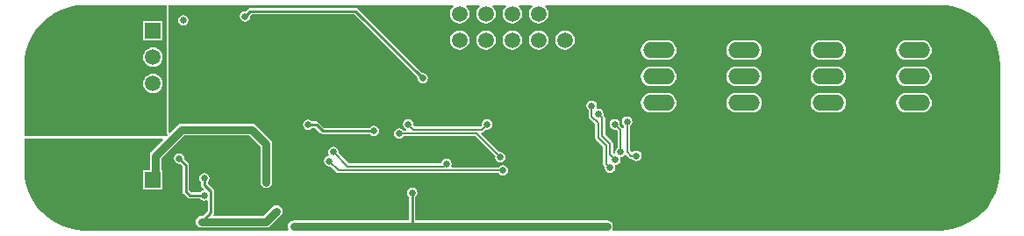
<source format=gbl>
G04 Layer_Physical_Order=2*
G04 Layer_Color=16711680*
%FSLAX23Y23*%
%MOIN*%
G70*
G01*
G75*
%ADD29C,0.030*%
%ADD30C,0.008*%
%ADD31C,0.010*%
%ADD34R,0.059X0.059*%
%ADD35C,0.059*%
%ADD36O,0.120X0.060*%
%ADD37C,0.197*%
%ADD38R,0.059X0.059*%
%ADD39C,0.025*%
%ADD40C,0.020*%
G36*
X3530Y851D02*
X3559Y845D01*
X3587Y836D01*
X3614Y822D01*
X3639Y806D01*
X3661Y786D01*
X3681Y764D01*
X3697Y739D01*
X3711Y712D01*
X3720Y684D01*
X3726Y655D01*
X3728Y626D01*
X3728Y625D01*
Y225D01*
X3728Y224D01*
X3726Y195D01*
X3720Y166D01*
X3711Y138D01*
X3697Y111D01*
X3681Y86D01*
X3661Y64D01*
X3639Y44D01*
X3614Y28D01*
X3587Y14D01*
X3559Y5D01*
X3530Y-1D01*
X3501Y-3D01*
X3500Y-3D01*
X2257D01*
X2255Y2D01*
X2256Y3D01*
X2257Y12D01*
X2256Y21D01*
X2251Y28D01*
X2244Y33D01*
X2235Y34D01*
X1507D01*
Y125D01*
X1509Y126D01*
X1513Y132D01*
X1515Y140D01*
X1513Y148D01*
X1509Y154D01*
X1503Y158D01*
X1495Y160D01*
X1487Y158D01*
X1481Y154D01*
X1477Y148D01*
X1475Y140D01*
X1477Y132D01*
X1481Y126D01*
X1483Y125D01*
Y34D01*
X1045D01*
X1036Y33D01*
X1029Y28D01*
X1024Y21D01*
X1023Y12D01*
X1024Y3D01*
X1025Y2D01*
X1023Y-3D01*
X250D01*
X249Y-3D01*
X220Y-1D01*
X191Y5D01*
X163Y14D01*
X136Y28D01*
X111Y44D01*
X89Y64D01*
X69Y86D01*
X53Y111D01*
X39Y138D01*
X30Y166D01*
X24Y195D01*
X22Y224D01*
X22Y225D01*
Y345D01*
X547D01*
X549Y340D01*
X504Y296D01*
X499Y289D01*
X498Y280D01*
Y227D01*
X473D01*
Y153D01*
X547D01*
Y227D01*
X542D01*
Y271D01*
X629Y358D01*
X876D01*
X918Y316D01*
Y180D01*
X919Y171D01*
X924Y164D01*
X931Y159D01*
X940Y158D01*
X949Y159D01*
X956Y164D01*
X961Y171D01*
X962Y180D01*
Y325D01*
X961Y334D01*
X956Y341D01*
X901Y396D01*
X894Y401D01*
X885Y402D01*
X620D01*
X611Y401D01*
X604Y396D01*
X575Y366D01*
X570Y368D01*
Y853D01*
X1649D01*
X1651Y848D01*
X1649Y846D01*
X1643Y838D01*
X1639Y830D01*
X1638Y820D01*
X1639Y810D01*
X1643Y802D01*
X1649Y794D01*
X1657Y788D01*
X1665Y784D01*
X1675Y783D01*
X1685Y784D01*
X1693Y788D01*
X1701Y794D01*
X1707Y802D01*
X1711Y810D01*
X1712Y820D01*
X1711Y830D01*
X1707Y838D01*
X1701Y846D01*
X1699Y848D01*
X1701Y853D01*
X1749D01*
X1751Y848D01*
X1749Y846D01*
X1743Y838D01*
X1739Y830D01*
X1738Y820D01*
X1739Y810D01*
X1743Y802D01*
X1749Y794D01*
X1757Y788D01*
X1765Y784D01*
X1775Y783D01*
X1785Y784D01*
X1793Y788D01*
X1801Y794D01*
X1807Y802D01*
X1811Y810D01*
X1812Y820D01*
X1811Y830D01*
X1807Y838D01*
X1801Y846D01*
X1799Y848D01*
X1801Y853D01*
X1849D01*
X1851Y848D01*
X1849Y846D01*
X1843Y838D01*
X1839Y830D01*
X1838Y820D01*
X1839Y810D01*
X1843Y802D01*
X1849Y794D01*
X1857Y788D01*
X1865Y784D01*
X1875Y783D01*
X1885Y784D01*
X1893Y788D01*
X1901Y794D01*
X1907Y802D01*
X1911Y810D01*
X1912Y820D01*
X1911Y830D01*
X1907Y838D01*
X1901Y846D01*
X1899Y848D01*
X1901Y853D01*
X1949D01*
X1951Y848D01*
X1949Y846D01*
X1943Y838D01*
X1939Y830D01*
X1938Y820D01*
X1939Y810D01*
X1943Y802D01*
X1949Y794D01*
X1957Y788D01*
X1965Y784D01*
X1975Y783D01*
X1985Y784D01*
X1993Y788D01*
X2001Y794D01*
X2007Y802D01*
X2011Y810D01*
X2012Y820D01*
X2011Y830D01*
X2007Y838D01*
X2001Y846D01*
X1999Y848D01*
X2001Y853D01*
X3500D01*
X3501Y853D01*
X3530Y851D01*
D02*
G37*
G36*
X250Y853D02*
X563D01*
Y368D01*
X563Y366D01*
X565Y363D01*
X566Y359D01*
X563Y355D01*
X22D01*
Y625D01*
X22Y626D01*
X24Y655D01*
X30Y684D01*
X39Y712D01*
X53Y739D01*
X69Y764D01*
X89Y786D01*
X111Y806D01*
X136Y822D01*
X163Y836D01*
X191Y845D01*
X220Y851D01*
X249Y853D01*
X250Y853D01*
D02*
G37*
%LPC*%
G36*
X510Y592D02*
X500Y591D01*
X492Y587D01*
X484Y581D01*
X478Y573D01*
X474Y565D01*
X473Y555D01*
X474Y545D01*
X478Y537D01*
X484Y529D01*
X492Y523D01*
X500Y519D01*
X510Y518D01*
X520Y519D01*
X528Y523D01*
X536Y529D01*
X542Y537D01*
X546Y545D01*
X547Y555D01*
X546Y565D01*
X542Y573D01*
X536Y581D01*
X528Y587D01*
X520Y591D01*
X510Y592D01*
D02*
G37*
G36*
X3106Y519D02*
X3046D01*
X3037Y518D01*
X3028Y514D01*
X3020Y508D01*
X3014Y500D01*
X3010Y491D01*
X3009Y482D01*
X3010Y472D01*
X3014Y463D01*
X3020Y455D01*
X3028Y449D01*
X3037Y446D01*
X3046Y444D01*
X3106D01*
X3116Y446D01*
X3125Y449D01*
X3133Y455D01*
X3139Y463D01*
X3143Y472D01*
X3144Y482D01*
X3143Y491D01*
X3139Y500D01*
X3133Y508D01*
X3125Y514D01*
X3116Y518D01*
X3106Y519D01*
D02*
G37*
G36*
X3431D02*
X3371D01*
X3362Y518D01*
X3353Y514D01*
X3345Y508D01*
X3339Y500D01*
X3335Y491D01*
X3334Y482D01*
X3335Y472D01*
X3339Y463D01*
X3345Y455D01*
X3353Y449D01*
X3362Y446D01*
X3371Y444D01*
X3431D01*
X3441Y446D01*
X3450Y449D01*
X3458Y455D01*
X3464Y463D01*
X3468Y472D01*
X3469Y482D01*
X3468Y491D01*
X3464Y500D01*
X3458Y508D01*
X3450Y514D01*
X3441Y518D01*
X3431Y519D01*
D02*
G37*
G36*
X3106Y619D02*
X3046D01*
X3037Y618D01*
X3028Y614D01*
X3020Y608D01*
X3014Y600D01*
X3010Y591D01*
X3009Y582D01*
X3010Y572D01*
X3014Y563D01*
X3020Y555D01*
X3028Y549D01*
X3037Y546D01*
X3046Y544D01*
X3106D01*
X3116Y546D01*
X3125Y549D01*
X3133Y555D01*
X3139Y563D01*
X3143Y572D01*
X3144Y582D01*
X3143Y591D01*
X3139Y600D01*
X3133Y608D01*
X3125Y614D01*
X3116Y618D01*
X3106Y619D01*
D02*
G37*
G36*
X2786D02*
X2726D01*
X2717Y618D01*
X2708Y614D01*
X2700Y608D01*
X2694Y600D01*
X2690Y591D01*
X2689Y582D01*
X2690Y572D01*
X2694Y563D01*
X2700Y555D01*
X2708Y549D01*
X2717Y546D01*
X2726Y544D01*
X2786D01*
X2796Y546D01*
X2805Y549D01*
X2813Y555D01*
X2819Y563D01*
X2823Y572D01*
X2824Y582D01*
X2823Y591D01*
X2819Y600D01*
X2813Y608D01*
X2805Y614D01*
X2796Y618D01*
X2786Y619D01*
D02*
G37*
G36*
X2461D02*
X2401D01*
X2392Y618D01*
X2383Y614D01*
X2375Y608D01*
X2369Y600D01*
X2365Y591D01*
X2364Y582D01*
X2365Y572D01*
X2369Y563D01*
X2375Y555D01*
X2383Y549D01*
X2392Y546D01*
X2401Y544D01*
X2461D01*
X2471Y546D01*
X2480Y549D01*
X2488Y555D01*
X2494Y563D01*
X2498Y572D01*
X2499Y582D01*
X2498Y591D01*
X2494Y600D01*
X2488Y608D01*
X2480Y614D01*
X2471Y618D01*
X2461Y619D01*
D02*
G37*
G36*
X2786Y519D02*
X2726D01*
X2717Y518D01*
X2708Y514D01*
X2700Y508D01*
X2694Y500D01*
X2690Y491D01*
X2689Y482D01*
X2690Y472D01*
X2694Y463D01*
X2700Y455D01*
X2708Y449D01*
X2717Y446D01*
X2726Y444D01*
X2786D01*
X2796Y446D01*
X2805Y449D01*
X2813Y455D01*
X2819Y463D01*
X2823Y472D01*
X2824Y482D01*
X2823Y491D01*
X2819Y500D01*
X2813Y508D01*
X2805Y514D01*
X2796Y518D01*
X2786Y519D01*
D02*
G37*
G36*
X2176Y490D02*
X2169Y488D01*
X2162Y484D01*
X2158Y478D01*
X2157Y470D01*
X2158Y462D01*
X2162Y456D01*
X2165Y454D01*
Y430D01*
X2165Y430D01*
X2166Y426D01*
X2169Y422D01*
X2190Y400D01*
Y350D01*
X2190Y350D01*
X2191Y346D01*
X2194Y342D01*
X2220Y315D01*
Y250D01*
X2220Y250D01*
X2221Y246D01*
X2224Y242D01*
X2227Y238D01*
X2227Y235D01*
X2228Y227D01*
X2232Y221D01*
X2239Y217D01*
X2246Y215D01*
X2254Y217D01*
X2261Y221D01*
X2265Y227D01*
X2266Y235D01*
X2265Y240D01*
X2266Y244D01*
X2269Y246D01*
X2274Y247D01*
X2281Y251D01*
X2285Y257D01*
X2286Y265D01*
X2285Y270D01*
X2286Y274D01*
X2289Y276D01*
X2294Y277D01*
X2301Y281D01*
X2302Y283D01*
X2307Y284D01*
X2319Y272D01*
X2322Y270D01*
X2326Y269D01*
X2326Y269D01*
X2330D01*
X2332Y266D01*
X2339Y262D01*
X2346Y260D01*
X2354Y262D01*
X2361Y266D01*
X2365Y272D01*
X2366Y280D01*
X2365Y288D01*
X2361Y294D01*
X2354Y298D01*
X2346Y300D01*
X2339Y298D01*
X2332Y294D01*
X2329Y294D01*
X2323Y300D01*
Y394D01*
X2326Y396D01*
X2330Y402D01*
X2331Y410D01*
X2330Y418D01*
X2326Y424D01*
X2319Y428D01*
X2311Y430D01*
X2304Y428D01*
X2297Y424D01*
X2293Y418D01*
X2292Y410D01*
X2293Y402D01*
X2297Y396D01*
X2300Y394D01*
Y386D01*
X2295Y385D01*
X2294Y386D01*
X2294Y386D01*
X2284Y397D01*
X2284Y400D01*
X2283Y408D01*
X2279Y414D01*
X2272Y418D01*
X2265Y420D01*
X2257Y418D01*
X2250Y414D01*
X2246Y408D01*
X2245Y400D01*
X2246Y392D01*
X2250Y386D01*
X2257Y382D01*
X2265Y380D01*
X2268Y381D01*
X2275Y373D01*
Y311D01*
X2272Y309D01*
X2268Y303D01*
X2267Y295D01*
X2267Y292D01*
X2264Y287D01*
X2262Y287D01*
X2258Y291D01*
Y326D01*
X2258Y326D01*
X2257Y331D01*
X2254Y334D01*
X2228Y361D01*
Y425D01*
X2228Y425D01*
X2227Y429D01*
X2224Y433D01*
X2221Y437D01*
X2221Y440D01*
X2220Y448D01*
X2216Y454D01*
X2209Y458D01*
X2201Y460D01*
X2199Y459D01*
X2197Y460D01*
X2195Y464D01*
X2196Y470D01*
X2195Y478D01*
X2191Y484D01*
X2184Y488D01*
X2176Y490D01*
D02*
G37*
G36*
X1195Y315D02*
X1187Y313D01*
X1181Y309D01*
X1177Y303D01*
X1175Y295D01*
X1177Y287D01*
X1178Y285D01*
X1176Y279D01*
X1172Y278D01*
X1166Y274D01*
X1162Y268D01*
X1160Y260D01*
X1162Y252D01*
X1166Y246D01*
X1172Y242D01*
X1180Y240D01*
X1183Y241D01*
X1207Y217D01*
X1207Y217D01*
X1211Y215D01*
X1215Y214D01*
X1215Y214D01*
X1824D01*
X1826Y211D01*
X1832Y207D01*
X1840Y205D01*
X1848Y207D01*
X1854Y211D01*
X1858Y217D01*
X1860Y225D01*
X1858Y233D01*
X1854Y239D01*
X1848Y243D01*
X1840Y245D01*
X1832Y243D01*
X1826Y239D01*
X1824Y236D01*
X1645D01*
X1642Y241D01*
X1643Y242D01*
X1645Y250D01*
X1643Y258D01*
X1639Y264D01*
X1633Y268D01*
X1625Y270D01*
X1617Y268D01*
X1611Y264D01*
X1607Y258D01*
X1605Y251D01*
X1255D01*
X1214Y292D01*
X1215Y295D01*
X1213Y303D01*
X1209Y309D01*
X1203Y313D01*
X1195Y315D01*
D02*
G37*
G36*
X610Y290D02*
X602Y288D01*
X596Y284D01*
X592Y278D01*
X590Y270D01*
X592Y262D01*
X596Y256D01*
X602Y252D01*
X610Y250D01*
X612Y251D01*
X623Y240D01*
Y145D01*
X624Y140D01*
X626Y136D01*
X641Y121D01*
X645Y119D01*
X650Y118D01*
X690D01*
X691Y116D01*
X697Y112D01*
X705Y110D01*
X713Y112D01*
X713Y112D01*
X718Y110D01*
Y70D01*
X700Y52D01*
X695D01*
X686Y51D01*
X679Y46D01*
X674Y39D01*
X673Y30D01*
X674Y21D01*
X679Y14D01*
X686Y9D01*
X695Y8D01*
X940D01*
X949Y9D01*
X956Y14D01*
X996Y54D01*
X1001Y61D01*
X1002Y70D01*
X1001Y79D01*
X996Y86D01*
X989Y91D01*
X980Y92D01*
X971Y91D01*
X964Y86D01*
X931Y52D01*
X741D01*
X739Y57D01*
X741Y60D01*
X742Y65D01*
Y145D01*
X741Y150D01*
X739Y154D01*
X717Y175D01*
X718Y180D01*
X719Y181D01*
X723Y187D01*
X725Y195D01*
X723Y203D01*
X719Y209D01*
X713Y213D01*
X705Y215D01*
X697Y213D01*
X691Y209D01*
X687Y203D01*
X685Y195D01*
X687Y187D01*
X691Y181D01*
X693Y180D01*
Y170D01*
X694Y165D01*
X696Y161D01*
X703Y155D01*
X701Y149D01*
X697Y148D01*
X691Y144D01*
X690Y142D01*
X655D01*
X647Y150D01*
Y245D01*
X646Y250D01*
X644Y254D01*
X629Y268D01*
X630Y270D01*
X628Y278D01*
X624Y284D01*
X618Y288D01*
X610Y290D01*
D02*
G37*
G36*
X2461Y519D02*
X2401D01*
X2392Y518D01*
X2383Y514D01*
X2375Y508D01*
X2369Y500D01*
X2365Y491D01*
X2364Y482D01*
X2365Y472D01*
X2369Y463D01*
X2375Y455D01*
X2383Y449D01*
X2392Y446D01*
X2401Y444D01*
X2461D01*
X2471Y446D01*
X2480Y449D01*
X2488Y455D01*
X2494Y463D01*
X2498Y472D01*
X2499Y482D01*
X2498Y491D01*
X2494Y500D01*
X2488Y508D01*
X2480Y514D01*
X2471Y518D01*
X2461Y519D01*
D02*
G37*
G36*
X1780Y420D02*
X1772Y418D01*
X1766Y414D01*
X1762Y408D01*
X1760Y400D01*
X1761Y397D01*
X1755Y391D01*
X1505D01*
X1499Y397D01*
X1500Y400D01*
X1498Y408D01*
X1494Y414D01*
X1488Y418D01*
X1480Y420D01*
X1472Y418D01*
X1466Y414D01*
X1462Y408D01*
X1460Y400D01*
X1462Y392D01*
X1466Y386D01*
X1472Y382D01*
X1474Y381D01*
X1474Y376D01*
X1461D01*
X1459Y379D01*
X1453Y383D01*
X1445Y385D01*
X1437Y383D01*
X1431Y379D01*
X1427Y373D01*
X1425Y365D01*
X1427Y357D01*
X1431Y351D01*
X1437Y347D01*
X1445Y345D01*
X1453Y347D01*
X1459Y351D01*
X1461Y354D01*
X1735D01*
X1811Y278D01*
X1810Y275D01*
X1812Y267D01*
X1816Y261D01*
X1822Y257D01*
X1830Y255D01*
X1838Y257D01*
X1844Y261D01*
X1848Y267D01*
X1850Y275D01*
X1848Y283D01*
X1844Y289D01*
X1838Y293D01*
X1830Y295D01*
X1827Y294D01*
X1757Y364D01*
X1759Y369D01*
X1760D01*
X1760Y369D01*
X1764Y370D01*
X1768Y372D01*
X1777Y381D01*
X1780Y380D01*
X1788Y382D01*
X1794Y386D01*
X1798Y392D01*
X1800Y400D01*
X1798Y408D01*
X1794Y414D01*
X1788Y418D01*
X1780Y420D01*
D02*
G37*
G36*
X1100Y418D02*
X1092Y417D01*
X1086Y412D01*
X1082Y406D01*
X1080Y398D01*
X1082Y391D01*
X1086Y384D01*
X1092Y380D01*
X1100Y378D01*
X1108Y380D01*
X1114Y384D01*
X1115Y386D01*
X1127D01*
X1146Y366D01*
X1150Y364D01*
X1155Y363D01*
X1335D01*
X1336Y361D01*
X1342Y357D01*
X1350Y355D01*
X1358Y357D01*
X1364Y361D01*
X1368Y367D01*
X1370Y375D01*
X1368Y383D01*
X1364Y389D01*
X1358Y393D01*
X1350Y395D01*
X1342Y393D01*
X1336Y389D01*
X1335Y387D01*
X1160D01*
X1140Y407D01*
X1136Y410D01*
X1132Y411D01*
X1115D01*
X1114Y412D01*
X1108Y417D01*
X1100Y418D01*
D02*
G37*
G36*
X1975Y757D02*
X1965Y756D01*
X1957Y752D01*
X1949Y746D01*
X1943Y738D01*
X1939Y730D01*
X1938Y720D01*
X1939Y710D01*
X1943Y702D01*
X1949Y694D01*
X1957Y688D01*
X1965Y684D01*
X1975Y683D01*
X1985Y684D01*
X1993Y688D01*
X2001Y694D01*
X2007Y702D01*
X2011Y710D01*
X2012Y720D01*
X2011Y730D01*
X2007Y738D01*
X2001Y746D01*
X1993Y752D01*
X1985Y756D01*
X1975Y757D01*
D02*
G37*
G36*
X1875D02*
X1865Y756D01*
X1857Y752D01*
X1849Y746D01*
X1843Y738D01*
X1839Y730D01*
X1838Y720D01*
X1839Y710D01*
X1843Y702D01*
X1849Y694D01*
X1857Y688D01*
X1865Y684D01*
X1875Y683D01*
X1885Y684D01*
X1893Y688D01*
X1901Y694D01*
X1907Y702D01*
X1911Y710D01*
X1912Y720D01*
X1911Y730D01*
X1907Y738D01*
X1901Y746D01*
X1893Y752D01*
X1885Y756D01*
X1875Y757D01*
D02*
G37*
G36*
X1775D02*
X1765Y756D01*
X1757Y752D01*
X1749Y746D01*
X1743Y738D01*
X1739Y730D01*
X1738Y720D01*
X1739Y710D01*
X1743Y702D01*
X1749Y694D01*
X1757Y688D01*
X1765Y684D01*
X1775Y683D01*
X1785Y684D01*
X1793Y688D01*
X1801Y694D01*
X1807Y702D01*
X1811Y710D01*
X1812Y720D01*
X1811Y730D01*
X1807Y738D01*
X1801Y746D01*
X1793Y752D01*
X1785Y756D01*
X1775Y757D01*
D02*
G37*
G36*
X2075D02*
X2065Y756D01*
X2057Y752D01*
X2049Y746D01*
X2043Y738D01*
X2039Y730D01*
X2038Y720D01*
X2039Y710D01*
X2043Y702D01*
X2049Y694D01*
X2057Y688D01*
X2065Y684D01*
X2075Y683D01*
X2085Y684D01*
X2093Y688D01*
X2101Y694D01*
X2107Y702D01*
X2111Y710D01*
X2112Y720D01*
X2111Y730D01*
X2107Y738D01*
X2101Y746D01*
X2093Y752D01*
X2085Y756D01*
X2075Y757D01*
D02*
G37*
G36*
X1280Y842D02*
X880D01*
X875Y841D01*
X871Y839D01*
X862Y829D01*
X860Y830D01*
X852Y828D01*
X846Y824D01*
X842Y818D01*
X840Y810D01*
X842Y802D01*
X846Y796D01*
X852Y792D01*
X860Y790D01*
X868Y792D01*
X874Y796D01*
X878Y802D01*
X880Y810D01*
X879Y812D01*
X885Y818D01*
X1275D01*
X1516Y577D01*
X1515Y575D01*
X1517Y567D01*
X1521Y561D01*
X1527Y557D01*
X1535Y555D01*
X1543Y557D01*
X1549Y561D01*
X1553Y567D01*
X1555Y575D01*
X1553Y583D01*
X1549Y589D01*
X1543Y593D01*
X1535Y595D01*
X1533Y594D01*
X1289Y839D01*
X1285Y841D01*
X1280Y842D01*
D02*
G37*
G36*
X625Y815D02*
X617Y813D01*
X611Y809D01*
X607Y803D01*
X605Y795D01*
X607Y787D01*
X611Y781D01*
X617Y777D01*
X625Y775D01*
X633Y777D01*
X639Y781D01*
X643Y787D01*
X645Y795D01*
X643Y803D01*
X639Y809D01*
X633Y813D01*
X625Y815D01*
D02*
G37*
G36*
X547Y792D02*
X473D01*
Y718D01*
X547D01*
Y792D01*
D02*
G37*
G36*
X2461Y719D02*
X2401D01*
X2392Y718D01*
X2383Y714D01*
X2375Y708D01*
X2369Y700D01*
X2365Y691D01*
X2364Y682D01*
X2365Y672D01*
X2369Y663D01*
X2375Y655D01*
X2383Y649D01*
X2392Y646D01*
X2401Y644D01*
X2461D01*
X2471Y646D01*
X2480Y649D01*
X2488Y655D01*
X2494Y663D01*
X2498Y672D01*
X2499Y682D01*
X2498Y691D01*
X2494Y700D01*
X2488Y708D01*
X2480Y714D01*
X2471Y718D01*
X2461Y719D01*
D02*
G37*
G36*
X510Y692D02*
X500Y691D01*
X492Y687D01*
X484Y681D01*
X478Y673D01*
X474Y665D01*
X473Y655D01*
X474Y645D01*
X478Y637D01*
X484Y629D01*
X492Y623D01*
X500Y619D01*
X510Y618D01*
X520Y619D01*
X528Y623D01*
X536Y629D01*
X542Y637D01*
X546Y645D01*
X547Y655D01*
X546Y665D01*
X542Y673D01*
X536Y681D01*
X528Y687D01*
X520Y691D01*
X510Y692D01*
D02*
G37*
G36*
X3431Y619D02*
X3371D01*
X3362Y618D01*
X3353Y614D01*
X3345Y608D01*
X3339Y600D01*
X3335Y591D01*
X3334Y582D01*
X3335Y572D01*
X3339Y563D01*
X3345Y555D01*
X3353Y549D01*
X3362Y546D01*
X3371Y544D01*
X3431D01*
X3441Y546D01*
X3450Y549D01*
X3458Y555D01*
X3464Y563D01*
X3468Y572D01*
X3469Y582D01*
X3468Y591D01*
X3464Y600D01*
X3458Y608D01*
X3450Y614D01*
X3441Y618D01*
X3431Y619D01*
D02*
G37*
G36*
X2786Y719D02*
X2726D01*
X2717Y718D01*
X2708Y714D01*
X2700Y708D01*
X2694Y700D01*
X2690Y691D01*
X2689Y682D01*
X2690Y672D01*
X2694Y663D01*
X2700Y655D01*
X2708Y649D01*
X2717Y646D01*
X2726Y644D01*
X2786D01*
X2796Y646D01*
X2805Y649D01*
X2813Y655D01*
X2819Y663D01*
X2823Y672D01*
X2824Y682D01*
X2823Y691D01*
X2819Y700D01*
X2813Y708D01*
X2805Y714D01*
X2796Y718D01*
X2786Y719D01*
D02*
G37*
G36*
X1675Y757D02*
X1665Y756D01*
X1657Y752D01*
X1649Y746D01*
X1643Y738D01*
X1639Y730D01*
X1638Y720D01*
X1639Y710D01*
X1643Y702D01*
X1649Y694D01*
X1657Y688D01*
X1665Y684D01*
X1675Y683D01*
X1685Y684D01*
X1693Y688D01*
X1701Y694D01*
X1707Y702D01*
X1711Y710D01*
X1712Y720D01*
X1711Y730D01*
X1707Y738D01*
X1701Y746D01*
X1693Y752D01*
X1685Y756D01*
X1675Y757D01*
D02*
G37*
G36*
X3431Y719D02*
X3371D01*
X3362Y718D01*
X3353Y714D01*
X3345Y708D01*
X3339Y700D01*
X3335Y691D01*
X3334Y682D01*
X3335Y672D01*
X3339Y663D01*
X3345Y655D01*
X3353Y649D01*
X3362Y646D01*
X3371Y644D01*
X3431D01*
X3441Y646D01*
X3450Y649D01*
X3458Y655D01*
X3464Y663D01*
X3468Y672D01*
X3469Y682D01*
X3468Y691D01*
X3464Y700D01*
X3458Y708D01*
X3450Y714D01*
X3441Y718D01*
X3431Y719D01*
D02*
G37*
G36*
X3106D02*
X3046D01*
X3037Y718D01*
X3028Y714D01*
X3020Y708D01*
X3014Y700D01*
X3010Y691D01*
X3009Y682D01*
X3010Y672D01*
X3014Y663D01*
X3020Y655D01*
X3028Y649D01*
X3037Y646D01*
X3046Y644D01*
X3106D01*
X3116Y646D01*
X3125Y649D01*
X3133Y655D01*
X3139Y663D01*
X3143Y672D01*
X3144Y682D01*
X3143Y691D01*
X3139Y700D01*
X3133Y708D01*
X3125Y714D01*
X3116Y718D01*
X3106Y719D01*
D02*
G37*
%LPD*%
D29*
X695Y30D02*
X940D01*
X980Y70D01*
X1045Y12D02*
X1495D01*
X2235D01*
X620Y380D02*
X885D01*
X520Y280D02*
X620Y380D01*
X520Y190D02*
Y280D01*
X940Y180D02*
Y325D01*
X885Y380D02*
X940Y325D01*
D30*
X2265Y400D02*
X2286Y378D01*
Y295D02*
Y378D01*
X2311Y295D02*
Y410D01*
Y295D02*
X2326Y280D01*
X2346D01*
X2231Y250D02*
X2246Y235D01*
X2231Y250D02*
Y320D01*
X2176Y430D02*
Y470D01*
X2246Y285D02*
X2266Y265D01*
X2246Y285D02*
Y326D01*
X2216Y356D02*
X2246Y326D01*
X2216Y356D02*
Y425D01*
X2201Y440D02*
X2216Y425D01*
X2201Y350D02*
Y405D01*
X2176Y430D02*
X2201Y405D01*
Y350D02*
X2231Y320D01*
X1615Y240D02*
X1625Y250D01*
X1480Y400D02*
X1500Y380D01*
X1760D01*
X1780Y400D01*
X1445Y365D02*
X1740D01*
X1830Y275D01*
X1180Y260D02*
X1215Y225D01*
X1840D01*
X1195Y295D02*
X1250Y240D01*
X1615D01*
D31*
X610Y270D02*
X635Y245D01*
Y145D02*
Y245D01*
Y145D02*
X650Y130D01*
X705D01*
Y170D02*
Y195D01*
Y170D02*
X730Y145D01*
Y65D02*
Y145D01*
X695Y30D02*
X730Y65D01*
X1100Y398D02*
X1132D01*
X1155Y375D01*
X1350D01*
X1495Y12D02*
Y140D01*
X1280Y830D02*
X1535Y575D01*
X880Y830D02*
X1280D01*
X858Y808D02*
X860Y810D01*
X880Y830D01*
D34*
X510Y190D02*
D03*
Y755D02*
D03*
D35*
Y90D02*
D03*
X2075Y720D02*
D03*
X1975Y820D02*
D03*
Y720D02*
D03*
X1875Y820D02*
D03*
Y720D02*
D03*
X1775Y820D02*
D03*
Y720D02*
D03*
X1675Y820D02*
D03*
Y720D02*
D03*
X510Y455D02*
D03*
Y655D02*
D03*
Y555D02*
D03*
D36*
X2756Y382D02*
D03*
Y482D02*
D03*
Y582D02*
D03*
Y682D02*
D03*
X3076Y382D02*
D03*
Y482D02*
D03*
Y582D02*
D03*
Y682D02*
D03*
X3401Y382D02*
D03*
Y482D02*
D03*
Y582D02*
D03*
Y682D02*
D03*
X2431Y382D02*
D03*
Y482D02*
D03*
Y582D02*
D03*
Y682D02*
D03*
D37*
X1000Y700D02*
D03*
X3575Y165D02*
D03*
D38*
X2075Y820D02*
D03*
D39*
X510Y835D02*
D03*
X425D02*
D03*
X345D02*
D03*
X270D02*
D03*
X195Y820D02*
D03*
X115Y770D02*
D03*
X70Y695D02*
D03*
X55Y600D02*
D03*
Y525D02*
D03*
Y455D02*
D03*
Y380D02*
D03*
X140D02*
D03*
X220D02*
D03*
X295D02*
D03*
X370D02*
D03*
X445D02*
D03*
X515D02*
D03*
X3150Y85D02*
D03*
X3075D02*
D03*
X3150Y160D02*
D03*
X3075D02*
D03*
X3000Y85D02*
D03*
Y160D02*
D03*
X2925Y85D02*
D03*
Y160D02*
D03*
X2850Y85D02*
D03*
Y160D02*
D03*
X2475Y85D02*
D03*
X2550D02*
D03*
X2625D02*
D03*
X2780D02*
D03*
X2700D02*
D03*
X2775Y160D02*
D03*
X2700D02*
D03*
X2625D02*
D03*
X2550D02*
D03*
X2475D02*
D03*
Y235D02*
D03*
X2550D02*
D03*
X2625D02*
D03*
X2700D02*
D03*
X2775D02*
D03*
X2850D02*
D03*
X2925D02*
D03*
X3000D02*
D03*
X3075D02*
D03*
X3150D02*
D03*
X3650Y285D02*
D03*
X3450Y170D02*
D03*
X3445Y90D02*
D03*
X3575Y35D02*
D03*
X3700Y245D02*
D03*
Y320D02*
D03*
Y390D02*
D03*
Y460D02*
D03*
Y525D02*
D03*
Y590D02*
D03*
Y660D02*
D03*
X3670Y725D02*
D03*
X3625Y775D02*
D03*
X3580Y810D02*
D03*
X3375Y835D02*
D03*
X3450D02*
D03*
X3525D02*
D03*
X3145D02*
D03*
X3220D02*
D03*
X3295D02*
D03*
X2915D02*
D03*
X2990D02*
D03*
X3065D02*
D03*
X2685D02*
D03*
X2760D02*
D03*
X2835D02*
D03*
X2455D02*
D03*
X2530D02*
D03*
X2605D02*
D03*
X2375D02*
D03*
X2300D02*
D03*
X2225D02*
D03*
X2145D02*
D03*
X940Y385D02*
D03*
X880Y270D02*
D03*
X875Y340D02*
D03*
X755Y270D02*
D03*
Y340D02*
D03*
X140Y330D02*
D03*
X220D02*
D03*
X295D02*
D03*
X445D02*
D03*
X515D02*
D03*
X600Y410D02*
D03*
Y480D02*
D03*
X675Y515D02*
D03*
X970Y430D02*
D03*
X875D02*
D03*
X755D02*
D03*
X1005Y170D02*
D03*
X1080D02*
D03*
Y220D02*
D03*
X1150Y170D02*
D03*
X1005Y220D02*
D03*
X1265Y60D02*
D03*
X1190D02*
D03*
X1105D02*
D03*
X55Y330D02*
D03*
Y255D02*
D03*
X60Y170D02*
D03*
X90Y105D02*
D03*
X145Y55D02*
D03*
X510Y20D02*
D03*
X405D02*
D03*
X305D02*
D03*
X215D02*
D03*
X610Y270D02*
D03*
X705Y130D02*
D03*
X695Y30D02*
D03*
X705Y195D02*
D03*
X1450Y443D02*
D03*
X1180Y260D02*
D03*
X1195Y295D02*
D03*
X980Y70D02*
D03*
X675Y345D02*
D03*
X1035Y335D02*
D03*
X865Y560D02*
D03*
X2311Y410D02*
D03*
X2265Y400D02*
D03*
X2286Y295D02*
D03*
X2266Y265D02*
D03*
X2246Y235D02*
D03*
X2346Y280D02*
D03*
X1840Y225D02*
D03*
X1780Y400D02*
D03*
X1830Y275D02*
D03*
X2201Y440D02*
D03*
X2176Y470D02*
D03*
X1625Y250D02*
D03*
X1350Y375D02*
D03*
X1100Y398D02*
D03*
X1475Y825D02*
D03*
Y760D02*
D03*
X1670Y67D02*
D03*
X1710D02*
D03*
X1445Y365D02*
D03*
X1480Y400D02*
D03*
X1420Y290D02*
D03*
X1470D02*
D03*
X1335D02*
D03*
X2235Y12D02*
D03*
X1045D02*
D03*
X1495Y140D02*
D03*
X1260Y300D02*
D03*
X1585Y10D02*
D03*
X2165Y510D02*
D03*
X1190Y170D02*
D03*
X940Y180D02*
D03*
X1535Y575D02*
D03*
X860Y810D02*
D03*
X870Y765D02*
D03*
X625Y795D02*
D03*
X1770Y470D02*
D03*
X1975D02*
D03*
Y325D02*
D03*
X1820Y345D02*
D03*
X1825Y110D02*
D03*
X1910Y105D02*
D03*
X1945Y550D02*
D03*
X1820D02*
D03*
X1490Y450D02*
D03*
X1530Y405D02*
D03*
X1560Y340D02*
D03*
X1530D02*
D03*
X1560Y105D02*
D03*
Y50D02*
D03*
X1620Y190D02*
D03*
Y50D02*
D03*
Y310D02*
D03*
X1130Y340D02*
D03*
X1100Y450D02*
D03*
X1135Y430D02*
D03*
Y295D02*
D03*
D40*
X1252Y532D02*
D03*
Y488D02*
D03*
X775Y154D02*
D03*
Y186D02*
D03*
X1208Y532D02*
D03*
X1208Y488D02*
D03*
M02*

</source>
